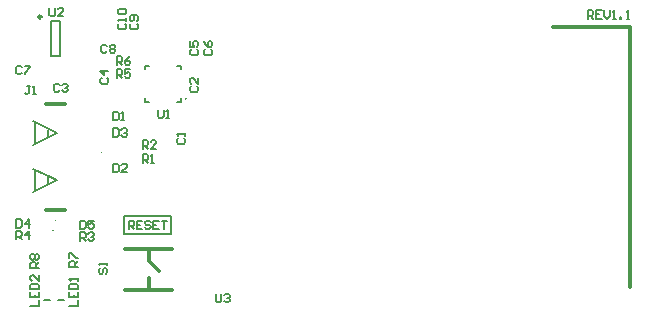
<source format=gto>
G04 Layer_Color=65535*
%FSAX25Y25*%
%MOIN*%
G70*
G01*
G75*
%ADD28C,0.00984*%
%ADD29C,0.01181*%
%ADD41C,0.00394*%
%ADD42C,0.00591*%
%ADD43C,0.00787*%
%ADD44C,0.00500*%
D28*
X0109547Y0197835D02*
G03*
X0109547Y0197835I-0000492J0000000D01*
G01*
D29*
X0280118Y0194291D02*
X0305709D01*
Y0107677D02*
Y0194291D01*
X0111024Y0168898D02*
X0117323D01*
X0111024Y0133465D02*
X0117323D01*
X0145276Y0106720D02*
Y0110658D01*
Y0116563D02*
X0148721Y0113118D01*
X0145276Y0116563D02*
Y0120500D01*
X0137402Y0106720D02*
X0153150D01*
X0137402Y0120500D02*
X0153150D01*
D41*
X0129724Y0159843D02*
G03*
X0129724Y0159843I-0000197J0000000D01*
G01*
Y0152756D02*
G03*
X0129724Y0152756I-0000197J0000000D01*
G01*
X0132874Y0153150D02*
G03*
X0132874Y0153150I-0000197J0000000D01*
G01*
X0114370Y0129921D02*
G03*
X0114370Y0129921I-0000197J0000000D01*
G01*
X0113583Y0126772D02*
G03*
X0113583Y0126772I-0000197J0000000D01*
G01*
D42*
X0157776Y0170571D02*
G03*
X0157776Y0170571I-0000197J0000000D01*
G01*
X0106753Y0162992D02*
X0114627Y0159055D01*
X0106753Y0155118D02*
X0114627Y0159055D01*
X0111871Y0157874D02*
X0111871Y0160236D01*
X0107540Y0155512D02*
Y0162598D01*
X0106753Y0147244D02*
X0114627Y0143307D01*
X0106753Y0139370D02*
X0114627Y0143307D01*
X0111871Y0142126D02*
X0111871Y0144488D01*
X0107540Y0139764D02*
Y0146850D01*
X0134646Y0181890D02*
Y0184645D01*
X0136023D01*
X0136482Y0184186D01*
Y0183267D01*
X0136023Y0182808D01*
X0134646D01*
X0135564D02*
X0136482Y0181890D01*
X0139237Y0184645D02*
X0138319Y0184186D01*
X0137401Y0183267D01*
Y0182349D01*
X0137860Y0181890D01*
X0138778D01*
X0139237Y0182349D01*
Y0182808D01*
X0138778Y0183267D01*
X0137401D01*
X0134646Y0177559D02*
Y0180314D01*
X0136023D01*
X0136482Y0179855D01*
Y0178937D01*
X0136023Y0178477D01*
X0134646D01*
X0135564D02*
X0136482Y0177559D01*
X0139237Y0180314D02*
X0137401D01*
Y0178937D01*
X0138319Y0179396D01*
X0138778D01*
X0139237Y0178937D01*
Y0178018D01*
X0138778Y0177559D01*
X0137860D01*
X0137401Y0178018D01*
X0148425Y0166928D02*
Y0164632D01*
X0148884Y0164173D01*
X0149803D01*
X0150262Y0164632D01*
Y0166928D01*
X0151180Y0164173D02*
X0152099D01*
X0151639D01*
Y0166928D01*
X0151180Y0166469D01*
X0135499Y0195537D02*
X0135040Y0195078D01*
Y0194160D01*
X0135499Y0193701D01*
X0137336D01*
X0137795Y0194160D01*
Y0195078D01*
X0137336Y0195537D01*
X0137795Y0196456D02*
Y0197374D01*
Y0196915D01*
X0135040D01*
X0135499Y0196456D01*
Y0198752D02*
X0135040Y0199211D01*
Y0200129D01*
X0135499Y0200588D01*
X0137336D01*
X0137795Y0200129D01*
Y0199211D01*
X0137336Y0198752D01*
X0135499D01*
X0164141Y0186975D02*
X0163682Y0186515D01*
Y0185597D01*
X0164141Y0185138D01*
X0165978D01*
X0166437Y0185597D01*
Y0186515D01*
X0165978Y0186975D01*
X0163682Y0189729D02*
X0164141Y0188811D01*
X0165059Y0187893D01*
X0165978D01*
X0166437Y0188352D01*
Y0189270D01*
X0165978Y0189729D01*
X0165519D01*
X0165059Y0189270D01*
Y0187893D01*
X0115616Y0175130D02*
X0115157Y0175590D01*
X0114239D01*
X0113779Y0175130D01*
Y0173294D01*
X0114239Y0172835D01*
X0115157D01*
X0115616Y0173294D01*
X0116534Y0175130D02*
X0116994Y0175590D01*
X0117912D01*
X0118371Y0175130D01*
Y0174671D01*
X0117912Y0174212D01*
X0117453D01*
X0117912D01*
X0118371Y0173753D01*
Y0173294D01*
X0117912Y0172835D01*
X0116994D01*
X0116534Y0173294D01*
X0155184Y0157349D02*
X0154725Y0156889D01*
Y0155971D01*
X0155184Y0155512D01*
X0157021D01*
X0157480Y0155971D01*
Y0156889D01*
X0157021Y0157349D01*
X0157480Y0158267D02*
Y0159185D01*
Y0158726D01*
X0154725D01*
X0155184Y0158267D01*
X0129594Y0177427D02*
X0129135Y0176968D01*
Y0176050D01*
X0129594Y0175591D01*
X0131431D01*
X0131890Y0176050D01*
Y0176968D01*
X0131431Y0177427D01*
X0131890Y0179723D02*
X0129135D01*
X0130512Y0178346D01*
Y0180182D01*
X0159515Y0174671D02*
X0159056Y0174212D01*
Y0173294D01*
X0159515Y0172835D01*
X0161352D01*
X0161811Y0173294D01*
Y0174212D01*
X0161352Y0174671D01*
X0161811Y0177426D02*
Y0175590D01*
X0159974Y0177426D01*
X0159515D01*
X0159056Y0176967D01*
Y0176049D01*
X0159515Y0175590D01*
X0159614Y0186975D02*
X0159154Y0186515D01*
Y0185597D01*
X0159614Y0185138D01*
X0161450D01*
X0161909Y0185597D01*
Y0186515D01*
X0161450Y0186975D01*
X0159154Y0189729D02*
Y0187893D01*
X0160532D01*
X0160073Y0188811D01*
Y0189270D01*
X0160532Y0189729D01*
X0161450D01*
X0161909Y0189270D01*
Y0188352D01*
X0161450Y0187893D01*
X0103018Y0181036D02*
X0102559Y0181495D01*
X0101640D01*
X0101181Y0181036D01*
Y0179199D01*
X0101640Y0178740D01*
X0102559D01*
X0103018Y0179199D01*
X0103936Y0181495D02*
X0105773D01*
Y0181036D01*
X0103936Y0179199D01*
Y0178740D01*
X0131364Y0188123D02*
X0130905Y0188582D01*
X0129987D01*
X0129528Y0188123D01*
Y0186286D01*
X0129987Y0185827D01*
X0130905D01*
X0131364Y0186286D01*
X0132283Y0188123D02*
X0132742Y0188582D01*
X0133660D01*
X0134119Y0188123D01*
Y0187663D01*
X0133660Y0187204D01*
X0134119Y0186745D01*
Y0186286D01*
X0133660Y0185827D01*
X0132742D01*
X0132283Y0186286D01*
Y0186745D01*
X0132742Y0187204D01*
X0132283Y0187663D01*
Y0188123D01*
X0132742Y0187204D02*
X0133660D01*
X0139436Y0195537D02*
X0138977Y0195078D01*
Y0194160D01*
X0139436Y0193701D01*
X0141273D01*
X0141732Y0194160D01*
Y0195078D01*
X0141273Y0195537D01*
Y0196456D02*
X0141732Y0196915D01*
Y0197833D01*
X0141273Y0198293D01*
X0139436D01*
X0138977Y0197833D01*
Y0196915D01*
X0139436Y0196456D01*
X0139896D01*
X0140355Y0196915D01*
Y0198293D01*
X0133465Y0166141D02*
Y0163386D01*
X0134842D01*
X0135301Y0163845D01*
Y0165682D01*
X0134842Y0166141D01*
X0133465D01*
X0136220Y0163386D02*
X0137138D01*
X0136679D01*
Y0166141D01*
X0136220Y0165682D01*
X0133465Y0148818D02*
Y0146063D01*
X0134842D01*
X0135301Y0146522D01*
Y0148359D01*
X0134842Y0148818D01*
X0133465D01*
X0138056Y0146063D02*
X0136220D01*
X0138056Y0147900D01*
Y0148359D01*
X0137597Y0148818D01*
X0136679D01*
X0136220Y0148359D01*
X0133465Y0160629D02*
Y0157874D01*
X0134842D01*
X0135301Y0158333D01*
Y0160170D01*
X0134842Y0160629D01*
X0133465D01*
X0136220Y0160170D02*
X0136679Y0160629D01*
X0137597D01*
X0138056Y0160170D01*
Y0159711D01*
X0137597Y0159251D01*
X0137138D01*
X0137597D01*
X0138056Y0158792D01*
Y0158333D01*
X0137597Y0157874D01*
X0136679D01*
X0136220Y0158333D01*
X0101181Y0130314D02*
Y0127559D01*
X0102559D01*
X0103018Y0128018D01*
Y0129855D01*
X0102559Y0130314D01*
X0101181D01*
X0105314Y0127559D02*
Y0130314D01*
X0103936Y0128937D01*
X0105773D01*
X0122441Y0129920D02*
Y0127165D01*
X0123819D01*
X0124278Y0127624D01*
Y0129461D01*
X0123819Y0129920D01*
X0122441D01*
X0127033D02*
X0125196D01*
Y0128543D01*
X0126114Y0129002D01*
X0126574D01*
X0127033Y0128543D01*
Y0127624D01*
X0126574Y0127165D01*
X0125655D01*
X0125196Y0127624D01*
X0105774Y0174802D02*
X0104855D01*
X0105315D01*
Y0172506D01*
X0104855Y0172047D01*
X0104396D01*
X0103937Y0172506D01*
X0106692Y0172047D02*
X0107610D01*
X0107151D01*
Y0174802D01*
X0106692Y0174343D01*
X0118898Y0101575D02*
X0121653D01*
Y0103411D01*
X0118898Y0106167D02*
Y0104330D01*
X0121653D01*
Y0106167D01*
X0120276Y0104330D02*
Y0105248D01*
X0118898Y0107085D02*
X0121653D01*
Y0108462D01*
X0121194Y0108922D01*
X0119358D01*
X0118898Y0108462D01*
Y0107085D01*
X0121653Y0109840D02*
Y0110758D01*
Y0110299D01*
X0118898D01*
X0119358Y0109840D01*
X0105906Y0101575D02*
X0108661D01*
Y0103411D01*
X0105906Y0106167D02*
Y0104330D01*
X0108661D01*
Y0106167D01*
X0107284Y0104330D02*
Y0105248D01*
X0105906Y0107085D02*
X0108661D01*
Y0108462D01*
X0108202Y0108922D01*
X0106366D01*
X0105906Y0108462D01*
Y0107085D01*
X0108661Y0111677D02*
Y0109840D01*
X0106825Y0111677D01*
X0106366D01*
X0105906Y0111217D01*
Y0110299D01*
X0106366Y0109840D01*
X0143307Y0149213D02*
Y0151968D01*
X0144685D01*
X0145144Y0151508D01*
Y0150590D01*
X0144685Y0150131D01*
X0143307D01*
X0144225D02*
X0145144Y0149213D01*
X0146062D02*
X0146980D01*
X0146521D01*
Y0151968D01*
X0146062Y0151508D01*
X0143307Y0153937D02*
Y0156692D01*
X0144685D01*
X0145144Y0156233D01*
Y0155315D01*
X0144685Y0154855D01*
X0143307D01*
X0144225D02*
X0145144Y0153937D01*
X0147899D02*
X0146062D01*
X0147899Y0155774D01*
Y0156233D01*
X0147440Y0156692D01*
X0146521D01*
X0146062Y0156233D01*
X0122441Y0123228D02*
Y0125983D01*
X0123819D01*
X0124278Y0125524D01*
Y0124606D01*
X0123819Y0124147D01*
X0122441D01*
X0123359D02*
X0124278Y0123228D01*
X0125196Y0125524D02*
X0125655Y0125983D01*
X0126574D01*
X0127033Y0125524D01*
Y0125065D01*
X0126574Y0124606D01*
X0126114D01*
X0126574D01*
X0127033Y0124147D01*
Y0123688D01*
X0126574Y0123228D01*
X0125655D01*
X0125196Y0123688D01*
X0101181Y0123622D02*
Y0126377D01*
X0102559D01*
X0103018Y0125918D01*
Y0125000D01*
X0102559Y0124540D01*
X0101181D01*
X0102099D02*
X0103018Y0123622D01*
X0105314D02*
Y0126377D01*
X0103936Y0125000D01*
X0105773D01*
X0121653Y0114567D02*
X0118898D01*
Y0115944D01*
X0119358Y0116404D01*
X0120276D01*
X0120735Y0115944D01*
Y0114567D01*
Y0115485D02*
X0121653Y0116404D01*
X0118898Y0117322D02*
Y0119159D01*
X0119358D01*
X0121194Y0117322D01*
X0121653D01*
X0108661Y0114173D02*
X0105906D01*
Y0115551D01*
X0106366Y0116010D01*
X0107284D01*
X0107743Y0115551D01*
Y0114173D01*
Y0115092D02*
X0108661Y0116010D01*
X0106366Y0116928D02*
X0105906Y0117387D01*
Y0118306D01*
X0106366Y0118765D01*
X0106825D01*
X0107284Y0118306D01*
X0107743Y0118765D01*
X0108202D01*
X0108661Y0118306D01*
Y0117387D01*
X0108202Y0116928D01*
X0107743D01*
X0107284Y0117387D01*
X0106825Y0116928D01*
X0106366D01*
X0107284Y0117387D02*
Y0118306D01*
X0129200Y0114041D02*
X0128741Y0113582D01*
Y0112664D01*
X0129200Y0112205D01*
X0129659D01*
X0130119Y0112664D01*
Y0113582D01*
X0130578Y0114041D01*
X0131037D01*
X0131496Y0113582D01*
Y0112664D01*
X0131037Y0112205D01*
X0131496Y0114960D02*
Y0115878D01*
Y0115419D01*
X0128741D01*
X0129200Y0114960D01*
X0112205Y0200786D02*
Y0198491D01*
X0112664Y0198031D01*
X0113582D01*
X0114041Y0198491D01*
Y0200786D01*
X0116796Y0198031D02*
X0114960D01*
X0116796Y0199868D01*
Y0200327D01*
X0116337Y0200786D01*
X0115419D01*
X0114960Y0200327D01*
X0167717Y0105511D02*
Y0103215D01*
X0168176Y0102756D01*
X0169094D01*
X0169553Y0103215D01*
Y0105511D01*
X0170472Y0105052D02*
X0170931Y0105511D01*
X0171849D01*
X0172308Y0105052D01*
Y0104593D01*
X0171849Y0104133D01*
X0171390D01*
X0171849D01*
X0172308Y0103674D01*
Y0103215D01*
X0171849Y0102756D01*
X0170931D01*
X0170472Y0103215D01*
X0138583Y0127165D02*
Y0129920D01*
X0139960D01*
X0140419Y0129461D01*
Y0128543D01*
X0139960Y0128084D01*
X0138583D01*
X0139501D02*
X0140419Y0127165D01*
X0143174Y0129920D02*
X0141338D01*
Y0127165D01*
X0143174D01*
X0141338Y0128543D02*
X0142256D01*
X0145929Y0129461D02*
X0145470Y0129920D01*
X0144552D01*
X0144093Y0129461D01*
Y0129002D01*
X0144552Y0128543D01*
X0145470D01*
X0145929Y0128084D01*
Y0127624D01*
X0145470Y0127165D01*
X0144552D01*
X0144093Y0127624D01*
X0148684Y0129920D02*
X0146848D01*
Y0127165D01*
X0148684D01*
X0146848Y0128543D02*
X0147766D01*
X0149603Y0129920D02*
X0151439D01*
X0150521D01*
Y0127165D01*
X0291732Y0197244D02*
Y0199999D01*
X0293110D01*
X0293569Y0199540D01*
Y0198622D01*
X0293110Y0198162D01*
X0291732D01*
X0292651D02*
X0293569Y0197244D01*
X0296324Y0199999D02*
X0294487D01*
Y0197244D01*
X0296324D01*
X0294487Y0198622D02*
X0295406D01*
X0297242Y0199999D02*
Y0198162D01*
X0298161Y0197244D01*
X0299079Y0198162D01*
Y0199999D01*
X0299997Y0197244D02*
X0300916D01*
X0300457D01*
Y0199999D01*
X0299997Y0199540D01*
X0302293Y0197244D02*
Y0197703D01*
X0302752D01*
Y0197244D01*
X0302293D01*
X0304589D02*
X0305507D01*
X0305048D01*
Y0199999D01*
X0304589Y0199540D01*
D43*
X0137008Y0125591D02*
Y0131496D01*
Y0125591D02*
X0152756D01*
Y0131496D01*
X0137008D02*
X0152756D01*
X0112598Y0196457D02*
X0115748D01*
X0112598Y0184646D02*
X0115748D01*
X0112598D02*
Y0196457D01*
X0115748Y0184646D02*
Y0196457D01*
X0115142Y0103374D02*
X0117110D01*
X0110417D02*
X0112386D01*
D44*
X0143996Y0181595D02*
X0145256D01*
X0143996Y0169587D02*
X0145256D01*
X0154744Y0181595D02*
X0156004D01*
X0154744Y0169587D02*
X0156004D01*
X0143996Y0180335D02*
Y0181595D01*
Y0169587D02*
Y0170846D01*
X0156004Y0180335D02*
Y0181595D01*
Y0169587D02*
Y0170846D01*
M02*

</source>
